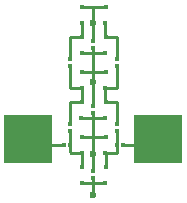
<source format=gbr>
G04 #@! TF.FileFunction,Copper,L1,Top,Signal*
%FSLAX46Y46*%
G04 Gerber Fmt 4.6, Leading zero omitted, Abs format (unit mm)*
G04 Created by KiCad (PCBNEW 4.0.4-stable) date Sat Dec 29 17:50:43 2018*
%MOMM*%
%LPD*%
G01*
G04 APERTURE LIST*
%ADD10C,0.100000*%
%ADD11R,0.300000X0.350000*%
%ADD12R,0.350000X0.300000*%
%ADD13R,0.350000X0.350000*%
%ADD14R,4.064000X4.064000*%
%ADD15C,0.600000*%
%ADD16C,0.250000*%
G04 APERTURE END LIST*
D10*
D11*
X152670000Y-101600000D03*
X153230000Y-101600000D03*
X148730000Y-101600000D03*
X148170000Y-101600000D03*
D12*
X150700000Y-103820000D03*
X150700000Y-104380000D03*
X148700000Y-99850000D03*
X148700000Y-100410000D03*
X152700000Y-99820000D03*
X152700000Y-100380000D03*
X150700000Y-98320000D03*
X150700000Y-98880000D03*
X148700000Y-94320000D03*
X148700000Y-94880000D03*
X152700000Y-94350000D03*
X152700000Y-94910000D03*
X150700000Y-92820000D03*
X150700000Y-93380000D03*
D13*
X149700000Y-104775000D03*
X149725000Y-103425000D03*
X151700000Y-104775000D03*
X151725000Y-103425000D03*
X149700000Y-102275000D03*
X149725000Y-100925000D03*
X151700000Y-102275000D03*
X151725000Y-100925000D03*
X149675000Y-99275000D03*
X149700000Y-97925000D03*
X151700000Y-99275000D03*
X151725000Y-97925000D03*
X149700000Y-96775000D03*
X149725000Y-95425000D03*
X151700000Y-96775000D03*
X151725000Y-95425000D03*
X149700000Y-93775000D03*
X149725000Y-92425000D03*
X151700000Y-93775000D03*
X151725000Y-92425000D03*
X149700000Y-91275000D03*
X149725000Y-89925000D03*
X151700000Y-91275000D03*
X151725000Y-89925000D03*
D14*
X156200000Y-101100000D03*
X145200000Y-101100000D03*
D15*
X150700000Y-102400000D03*
X150700000Y-105800000D03*
X150700000Y-96300000D03*
X150700000Y-91300000D03*
D16*
X148700000Y-100410000D02*
X148700000Y-101570000D01*
X148700000Y-101570000D02*
X148730000Y-101600000D01*
X149700000Y-102275000D02*
X149700000Y-103400000D01*
X149700000Y-103400000D02*
X149725000Y-103425000D01*
X148730000Y-102230000D02*
X148775000Y-102275000D01*
X148775000Y-102275000D02*
X149700000Y-102275000D01*
X148730000Y-101600000D02*
X148730000Y-102230000D01*
X148170000Y-101600000D02*
X145700000Y-101600000D01*
X145700000Y-101600000D02*
X145200000Y-101100000D01*
X152700000Y-100380000D02*
X152700000Y-101570000D01*
X152700000Y-101570000D02*
X152670000Y-101600000D01*
X152675000Y-102275000D02*
X152670000Y-102270000D01*
X152670000Y-102270000D02*
X152670000Y-101600000D01*
X151700000Y-102275000D02*
X152675000Y-102275000D01*
X151725000Y-103425000D02*
X151725000Y-102300000D01*
X151725000Y-102300000D02*
X151700000Y-102275000D01*
X153230000Y-101600000D02*
X155700000Y-101600000D01*
X155700000Y-101600000D02*
X156200000Y-101100000D01*
X149675000Y-99275000D02*
X150695000Y-99275000D01*
X150695000Y-99275000D02*
X150700000Y-99280000D01*
X151700000Y-99275000D02*
X150705000Y-99275000D01*
X150705000Y-99275000D02*
X150700000Y-99280000D01*
X151700000Y-100900000D02*
X151725000Y-100925000D01*
X149675000Y-100875000D02*
X149725000Y-100925000D01*
X150700000Y-103820000D02*
X150700000Y-100925000D01*
X150700000Y-102400000D02*
X150700000Y-100925000D01*
X149725000Y-100925000D02*
X150700000Y-100925000D01*
X150700000Y-100925000D02*
X151725000Y-100925000D01*
X150700000Y-99280000D02*
X150700000Y-100925000D01*
X150700000Y-98880000D02*
X150700000Y-99280000D01*
X149700000Y-104775000D02*
X150700000Y-104775000D01*
X151700000Y-104775000D02*
X150700000Y-104775000D01*
X150700000Y-104380000D02*
X150700000Y-104775000D01*
X150700000Y-105800000D02*
X150700000Y-104775000D01*
X149700000Y-96775000D02*
X149700000Y-97925000D01*
X148700000Y-96800000D02*
X148725000Y-96775000D01*
X148725000Y-96775000D02*
X149700000Y-96775000D01*
X148700000Y-94880000D02*
X148700000Y-96800000D01*
X148725000Y-97925000D02*
X148700000Y-97950000D01*
X148700000Y-97950000D02*
X148700000Y-99850000D01*
X149700000Y-97925000D02*
X148725000Y-97925000D01*
X152700000Y-96800000D02*
X152675000Y-96775000D01*
X152675000Y-96775000D02*
X151700000Y-96775000D01*
X152700000Y-94910000D02*
X152700000Y-96800000D01*
X151700000Y-96775000D02*
X151700000Y-97900000D01*
X151700000Y-97900000D02*
X151725000Y-97925000D01*
X152675000Y-97925000D02*
X152700000Y-97950000D01*
X152700000Y-97950000D02*
X152700000Y-99820000D01*
X151725000Y-97925000D02*
X152675000Y-97925000D01*
X151700000Y-93775000D02*
X150695000Y-93775000D01*
X149700000Y-93775000D02*
X150695000Y-93775000D01*
X150695000Y-93775000D02*
X150700000Y-93780000D01*
X150700000Y-95425000D02*
X150700000Y-96300000D01*
X150700000Y-96300000D02*
X150700000Y-98320000D01*
X150700000Y-93380000D02*
X150700000Y-93780000D01*
X150700000Y-93780000D02*
X150700000Y-95425000D01*
X150700000Y-95425000D02*
X149725000Y-95425000D01*
X151725000Y-95425000D02*
X150700000Y-95425000D01*
X149700000Y-91275000D02*
X149700000Y-92400000D01*
X149700000Y-92400000D02*
X149725000Y-92425000D01*
X148725000Y-92425000D02*
X148700000Y-92450000D01*
X148700000Y-92450000D02*
X148700000Y-94320000D01*
X149725000Y-92425000D02*
X148725000Y-92425000D01*
X151700000Y-91275000D02*
X151700000Y-92400000D01*
X151700000Y-92400000D02*
X151725000Y-92425000D01*
X152675000Y-92425000D02*
X152700000Y-92450000D01*
X152700000Y-92450000D02*
X152700000Y-94350000D01*
X151725000Y-92425000D02*
X152675000Y-92425000D01*
X150700000Y-92820000D02*
X150700000Y-91300000D01*
X150700000Y-91300000D02*
X150700000Y-89925000D01*
X149725000Y-89925000D02*
X150700000Y-89925000D01*
X150700000Y-89925000D02*
X151725000Y-89925000D01*
M02*

</source>
